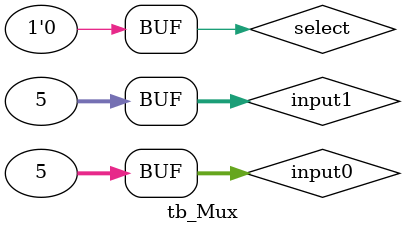
<source format=v>
`timescale 1ns / 1ps


module tb_Mux;

	// Inputs
	reg select;
	reg [31:0] input0;
	reg [31:0] input1;

	// Outputs
	wire [31:0] out;

	// Instantiate the Unit Under Test (UUT)
	mux_2_1 uut (
		.select(select), 
		.input0(input0), 
		.input1(input1), 
		.out(out)
	);

	initial begin
		// Initialize Inputs
		select = 0;
		input0 = 32'b00000000000000000000000000000101;
		input1 = 5'b00101;

		// Wait 100 ns for global reset to finish
		#100;
        
		// Add stimulus here

	end
      
endmodule


</source>
